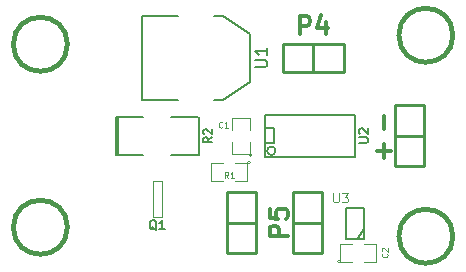
<source format=gto>
G04 (created by PCBNEW (2013-06-11 BZR 4021)-stable) date Wed 19 Feb 2014 03:26:36 AM CST*
%MOIN*%
G04 Gerber Fmt 3.4, Leading zero omitted, Abs format*
%FSLAX34Y34*%
G01*
G70*
G90*
G04 APERTURE LIST*
%ADD10C,0.00590551*%
%ADD11C,0.011811*%
%ADD12C,0.0065*%
%ADD13C,0.006*%
%ADD14C,0.005*%
%ADD15C,0.0047*%
%ADD16C,0.008*%
%ADD17C,0.0039*%
%ADD18C,0.01*%
%ADD19C,0.015*%
%ADD20C,0.0051*%
%ADD21C,0.003*%
%ADD22C,0.0043*%
%ADD23C,0.012*%
G04 APERTURE END LIST*
G54D10*
G54D11*
X72664Y-66674D02*
X72664Y-66225D01*
X72425Y-67414D02*
X72874Y-67414D01*
X72650Y-67639D02*
X72650Y-67189D01*
G54D12*
X71700Y-66200D02*
X68700Y-66200D01*
X68700Y-67600D02*
X71700Y-67600D01*
X71700Y-66200D02*
X71700Y-67600D01*
G54D13*
X68700Y-67600D02*
X68700Y-66200D01*
G54D14*
X69041Y-67400D02*
G75*
G03X69041Y-67400I-141J0D01*
G74*
G01*
X68700Y-66650D02*
X69000Y-66650D01*
X69000Y-66650D02*
X69000Y-67150D01*
X69000Y-67150D02*
X68700Y-67150D01*
G54D15*
X65250Y-68400D02*
X65250Y-69600D01*
X65250Y-69600D02*
X64950Y-69600D01*
X64950Y-69600D02*
X64950Y-68400D01*
X64950Y-68400D02*
X65250Y-68400D01*
G54D14*
X72000Y-70000D02*
X71800Y-70300D01*
X72000Y-69300D02*
X72000Y-70325D01*
X72000Y-70325D02*
X71400Y-70325D01*
X71400Y-70325D02*
X71400Y-69300D01*
X71400Y-69300D02*
X72000Y-69300D01*
G54D16*
X65800Y-62900D02*
X64600Y-62900D01*
X64600Y-62900D02*
X64600Y-65700D01*
X64600Y-65700D02*
X65800Y-65700D01*
X67000Y-62900D02*
X67300Y-62900D01*
X67300Y-62900D02*
X68200Y-63500D01*
X68200Y-63500D02*
X68200Y-65100D01*
X68200Y-65100D02*
X67300Y-65700D01*
X67300Y-65700D02*
X67000Y-65700D01*
G54D10*
X63800Y-66270D02*
X63800Y-67529D01*
X66478Y-66270D02*
X66478Y-67530D01*
X63722Y-66270D02*
X63722Y-67529D01*
X65571Y-67532D02*
X66471Y-67532D01*
X66471Y-66268D02*
X65571Y-66268D01*
X64627Y-66270D02*
X63722Y-66270D01*
X63722Y-67529D02*
X64627Y-67529D01*
G54D17*
X68200Y-67800D02*
G75*
G03X68200Y-67800I-50J0D01*
G74*
G01*
X67700Y-67800D02*
X68100Y-67800D01*
X68100Y-67800D02*
X68100Y-68400D01*
X68100Y-68400D02*
X67700Y-68400D01*
X67300Y-68400D02*
X66900Y-68400D01*
X66900Y-68400D02*
X66900Y-67800D01*
X66900Y-67800D02*
X67300Y-67800D01*
X68250Y-67550D02*
G75*
G03X68250Y-67550I-50J0D01*
G74*
G01*
X68200Y-67100D02*
X68200Y-67500D01*
X68200Y-67500D02*
X67600Y-67500D01*
X67600Y-67500D02*
X67600Y-67100D01*
X67600Y-66700D02*
X67600Y-66300D01*
X67600Y-66300D02*
X68200Y-66300D01*
X68200Y-66300D02*
X68200Y-66700D01*
X71200Y-71100D02*
G75*
G03X71200Y-71100I-50J0D01*
G74*
G01*
X71600Y-71100D02*
X71200Y-71100D01*
X71200Y-71100D02*
X71200Y-70500D01*
X71200Y-70500D02*
X71600Y-70500D01*
X72000Y-70500D02*
X72400Y-70500D01*
X72400Y-70500D02*
X72400Y-71100D01*
X72400Y-71100D02*
X72000Y-71100D01*
G54D18*
X73972Y-66900D02*
X73027Y-66900D01*
X73027Y-67923D02*
X73027Y-65876D01*
X73027Y-65876D02*
X73972Y-65876D01*
X73972Y-65876D02*
X73972Y-67923D01*
X73972Y-67923D02*
X73027Y-67923D01*
X67427Y-69800D02*
X68372Y-69800D01*
X68372Y-68776D02*
X68372Y-70823D01*
X68372Y-70823D02*
X67427Y-70823D01*
X67427Y-70823D02*
X67427Y-68776D01*
X67427Y-68776D02*
X68372Y-68776D01*
X70300Y-63827D02*
X70300Y-64772D01*
X71323Y-64772D02*
X69276Y-64772D01*
X69276Y-64772D02*
X69276Y-63827D01*
X69276Y-63827D02*
X71323Y-63827D01*
X71323Y-63827D02*
X71323Y-64772D01*
X69627Y-69800D02*
X70572Y-69800D01*
X70572Y-68776D02*
X70572Y-70823D01*
X70572Y-70823D02*
X69627Y-70823D01*
X69627Y-70823D02*
X69627Y-68776D01*
X69627Y-68776D02*
X70572Y-68776D01*
G54D19*
X62100Y-69950D02*
G75*
G03X62100Y-69950I-900J0D01*
G74*
G01*
X62100Y-63850D02*
G75*
G03X62100Y-63850I-900J0D01*
G74*
G01*
X74950Y-63550D02*
G75*
G03X74950Y-63550I-900J0D01*
G74*
G01*
X74950Y-70250D02*
G75*
G03X74950Y-70250I-900J0D01*
G74*
G01*
G54D14*
X71821Y-67128D02*
X72064Y-67128D01*
X72092Y-67114D01*
X72107Y-67100D01*
X72121Y-67071D01*
X72121Y-67014D01*
X72107Y-66985D01*
X72092Y-66971D01*
X72064Y-66957D01*
X71821Y-66957D01*
X71850Y-66828D02*
X71835Y-66814D01*
X71821Y-66785D01*
X71821Y-66714D01*
X71835Y-66685D01*
X71850Y-66671D01*
X71878Y-66657D01*
X71907Y-66657D01*
X71950Y-66671D01*
X72121Y-66842D01*
X72121Y-66657D01*
G54D20*
X65071Y-70050D02*
X65042Y-70035D01*
X65014Y-70007D01*
X64971Y-69964D01*
X64942Y-69950D01*
X64914Y-69950D01*
X64928Y-70021D02*
X64900Y-70007D01*
X64871Y-69978D01*
X64857Y-69921D01*
X64857Y-69821D01*
X64871Y-69764D01*
X64900Y-69735D01*
X64928Y-69721D01*
X64985Y-69721D01*
X65014Y-69735D01*
X65042Y-69764D01*
X65057Y-69821D01*
X65057Y-69921D01*
X65042Y-69978D01*
X65014Y-70007D01*
X64985Y-70021D01*
X64928Y-70021D01*
X65342Y-70021D02*
X65171Y-70021D01*
X65257Y-70021D02*
X65257Y-69721D01*
X65228Y-69764D01*
X65200Y-69792D01*
X65171Y-69807D01*
G54D21*
X70971Y-68821D02*
X70971Y-69064D01*
X70985Y-69092D01*
X71000Y-69107D01*
X71028Y-69121D01*
X71085Y-69121D01*
X71114Y-69107D01*
X71128Y-69092D01*
X71142Y-69064D01*
X71142Y-68821D01*
X71257Y-68821D02*
X71442Y-68821D01*
X71342Y-68935D01*
X71385Y-68935D01*
X71414Y-68950D01*
X71428Y-68964D01*
X71442Y-68992D01*
X71442Y-69064D01*
X71428Y-69092D01*
X71414Y-69107D01*
X71385Y-69121D01*
X71300Y-69121D01*
X71271Y-69107D01*
X71257Y-69092D01*
G54D16*
X68361Y-64604D02*
X68685Y-64604D01*
X68723Y-64585D01*
X68742Y-64566D01*
X68761Y-64528D01*
X68761Y-64452D01*
X68742Y-64414D01*
X68723Y-64395D01*
X68685Y-64376D01*
X68361Y-64376D01*
X68761Y-63976D02*
X68761Y-64204D01*
X68761Y-64090D02*
X68361Y-64090D01*
X68419Y-64128D01*
X68457Y-64166D01*
X68476Y-64204D01*
G54D14*
X66911Y-66945D02*
X66780Y-67037D01*
X66911Y-67103D02*
X66635Y-67103D01*
X66635Y-66998D01*
X66648Y-66972D01*
X66662Y-66959D01*
X66688Y-66945D01*
X66727Y-66945D01*
X66754Y-66959D01*
X66767Y-66972D01*
X66780Y-66998D01*
X66780Y-67103D01*
X66662Y-66840D02*
X66648Y-66827D01*
X66635Y-66801D01*
X66635Y-66735D01*
X66648Y-66709D01*
X66662Y-66696D01*
X66688Y-66683D01*
X66714Y-66683D01*
X66754Y-66696D01*
X66911Y-66853D01*
X66911Y-66683D01*
G54D22*
X67467Y-68304D02*
X67401Y-68210D01*
X67354Y-68304D02*
X67354Y-68107D01*
X67429Y-68107D01*
X67448Y-68117D01*
X67457Y-68126D01*
X67467Y-68145D01*
X67467Y-68173D01*
X67457Y-68192D01*
X67448Y-68201D01*
X67429Y-68210D01*
X67354Y-68210D01*
X67654Y-68304D02*
X67542Y-68304D01*
X67598Y-68304D02*
X67598Y-68107D01*
X67579Y-68135D01*
X67560Y-68154D01*
X67542Y-68164D01*
X67267Y-66610D02*
X67257Y-66620D01*
X67229Y-66629D01*
X67210Y-66629D01*
X67182Y-66620D01*
X67163Y-66601D01*
X67154Y-66582D01*
X67145Y-66545D01*
X67145Y-66517D01*
X67154Y-66479D01*
X67163Y-66460D01*
X67182Y-66442D01*
X67210Y-66432D01*
X67229Y-66432D01*
X67257Y-66442D01*
X67267Y-66451D01*
X67454Y-66629D02*
X67342Y-66629D01*
X67398Y-66629D02*
X67398Y-66432D01*
X67379Y-66460D01*
X67360Y-66479D01*
X67342Y-66489D01*
X72760Y-70832D02*
X72770Y-70842D01*
X72779Y-70870D01*
X72779Y-70889D01*
X72770Y-70917D01*
X72751Y-70936D01*
X72732Y-70945D01*
X72695Y-70954D01*
X72667Y-70954D01*
X72629Y-70945D01*
X72610Y-70936D01*
X72592Y-70917D01*
X72582Y-70889D01*
X72582Y-70870D01*
X72592Y-70842D01*
X72601Y-70832D01*
X72601Y-70757D02*
X72592Y-70748D01*
X72582Y-70729D01*
X72582Y-70682D01*
X72592Y-70663D01*
X72601Y-70654D01*
X72620Y-70645D01*
X72639Y-70645D01*
X72667Y-70654D01*
X72779Y-70767D01*
X72779Y-70645D01*
G54D23*
X69857Y-63519D02*
X69857Y-62919D01*
X70085Y-62919D01*
X70142Y-62947D01*
X70171Y-62976D01*
X70200Y-63033D01*
X70200Y-63119D01*
X70171Y-63176D01*
X70142Y-63204D01*
X70085Y-63233D01*
X69857Y-63233D01*
X70714Y-63119D02*
X70714Y-63519D01*
X70571Y-62890D02*
X70428Y-63319D01*
X70800Y-63319D01*
X69442Y-70242D02*
X68842Y-70242D01*
X68842Y-70014D01*
X68871Y-69957D01*
X68900Y-69928D01*
X68957Y-69900D01*
X69042Y-69900D01*
X69100Y-69928D01*
X69128Y-69957D01*
X69157Y-70014D01*
X69157Y-70242D01*
X68842Y-69357D02*
X68842Y-69642D01*
X69128Y-69671D01*
X69100Y-69642D01*
X69071Y-69585D01*
X69071Y-69442D01*
X69100Y-69385D01*
X69128Y-69357D01*
X69185Y-69328D01*
X69328Y-69328D01*
X69385Y-69357D01*
X69414Y-69385D01*
X69442Y-69442D01*
X69442Y-69585D01*
X69414Y-69642D01*
X69385Y-69671D01*
M02*

</source>
